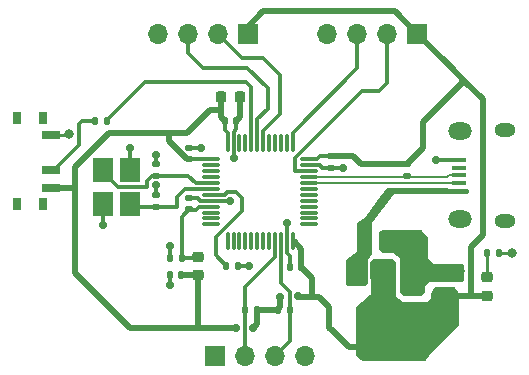
<source format=gbr>
%TF.GenerationSoftware,KiCad,Pcbnew,(6.0.9)*%
%TF.CreationDate,2023-11-06T14:53:44+05:30*%
%TF.ProjectId,Stm32 Tutorial,53746d33-3220-4547-9574-6f7269616c2e,rev?*%
%TF.SameCoordinates,Original*%
%TF.FileFunction,Copper,L1,Top*%
%TF.FilePolarity,Positive*%
%FSLAX46Y46*%
G04 Gerber Fmt 4.6, Leading zero omitted, Abs format (unit mm)*
G04 Created by KiCad (PCBNEW (6.0.9)) date 2023-11-06 14:53:44*
%MOMM*%
%LPD*%
G01*
G04 APERTURE LIST*
G04 Aperture macros list*
%AMRoundRect*
0 Rectangle with rounded corners*
0 $1 Rounding radius*
0 $2 $3 $4 $5 $6 $7 $8 $9 X,Y pos of 4 corners*
0 Add a 4 corners polygon primitive as box body*
4,1,4,$2,$3,$4,$5,$6,$7,$8,$9,$2,$3,0*
0 Add four circle primitives for the rounded corners*
1,1,$1+$1,$2,$3*
1,1,$1+$1,$4,$5*
1,1,$1+$1,$6,$7*
1,1,$1+$1,$8,$9*
0 Add four rect primitives between the rounded corners*
20,1,$1+$1,$2,$3,$4,$5,0*
20,1,$1+$1,$4,$5,$6,$7,0*
20,1,$1+$1,$6,$7,$8,$9,0*
20,1,$1+$1,$8,$9,$2,$3,0*%
G04 Aperture macros list end*
%TA.AperFunction,SMDPad,CuDef*%
%ADD10R,1.500000X2.000000*%
%TD*%
%TA.AperFunction,SMDPad,CuDef*%
%ADD11R,3.800000X2.000000*%
%TD*%
%TA.AperFunction,SMDPad,CuDef*%
%ADD12RoundRect,0.135000X-0.185000X0.135000X-0.185000X-0.135000X0.185000X-0.135000X0.185000X0.135000X0*%
%TD*%
%TA.AperFunction,SMDPad,CuDef*%
%ADD13RoundRect,0.140000X0.170000X-0.140000X0.170000X0.140000X-0.170000X0.140000X-0.170000X-0.140000X0*%
%TD*%
%TA.AperFunction,ComponentPad*%
%ADD14R,1.700000X1.700000*%
%TD*%
%TA.AperFunction,ComponentPad*%
%ADD15O,1.700000X1.700000*%
%TD*%
%TA.AperFunction,SMDPad,CuDef*%
%ADD16RoundRect,0.135000X-0.135000X-0.185000X0.135000X-0.185000X0.135000X0.185000X-0.135000X0.185000X0*%
%TD*%
%TA.AperFunction,SMDPad,CuDef*%
%ADD17RoundRect,0.250000X-0.250000X-0.475000X0.250000X-0.475000X0.250000X0.475000X-0.250000X0.475000X0*%
%TD*%
%TA.AperFunction,SMDPad,CuDef*%
%ADD18RoundRect,0.140000X0.140000X0.170000X-0.140000X0.170000X-0.140000X-0.170000X0.140000X-0.170000X0*%
%TD*%
%TA.AperFunction,SMDPad,CuDef*%
%ADD19RoundRect,0.140000X-0.170000X0.140000X-0.170000X-0.140000X0.170000X-0.140000X0.170000X0.140000X0*%
%TD*%
%TA.AperFunction,SMDPad,CuDef*%
%ADD20RoundRect,0.135000X0.135000X0.185000X-0.135000X0.185000X-0.135000X-0.185000X0.135000X-0.185000X0*%
%TD*%
%TA.AperFunction,SMDPad,CuDef*%
%ADD21RoundRect,0.075000X-0.662500X-0.075000X0.662500X-0.075000X0.662500X0.075000X-0.662500X0.075000X0*%
%TD*%
%TA.AperFunction,SMDPad,CuDef*%
%ADD22RoundRect,0.075000X-0.075000X-0.662500X0.075000X-0.662500X0.075000X0.662500X-0.075000X0.662500X0*%
%TD*%
%TA.AperFunction,SMDPad,CuDef*%
%ADD23RoundRect,0.140000X-0.140000X-0.170000X0.140000X-0.170000X0.140000X0.170000X-0.140000X0.170000X0*%
%TD*%
%TA.AperFunction,SMDPad,CuDef*%
%ADD24RoundRect,0.225000X-0.225000X-0.250000X0.225000X-0.250000X0.225000X0.250000X-0.225000X0.250000X0*%
%TD*%
%TA.AperFunction,SMDPad,CuDef*%
%ADD25RoundRect,0.218750X-0.256250X0.218750X-0.256250X-0.218750X0.256250X-0.218750X0.256250X0.218750X0*%
%TD*%
%TA.AperFunction,SMDPad,CuDef*%
%ADD26RoundRect,0.250000X0.475000X-0.250000X0.475000X0.250000X-0.475000X0.250000X-0.475000X-0.250000X0*%
%TD*%
%TA.AperFunction,SMDPad,CuDef*%
%ADD27R,0.800000X1.000000*%
%TD*%
%TA.AperFunction,SMDPad,CuDef*%
%ADD28R,1.500000X0.700000*%
%TD*%
%TA.AperFunction,SMDPad,CuDef*%
%ADD29R,1.300000X0.450000*%
%TD*%
%TA.AperFunction,ComponentPad*%
%ADD30O,1.800000X1.150000*%
%TD*%
%TA.AperFunction,ComponentPad*%
%ADD31O,2.000000X1.450000*%
%TD*%
%TA.AperFunction,SMDPad,CuDef*%
%ADD32R,1.800000X2.100000*%
%TD*%
%TA.AperFunction,ViaPad*%
%ADD33C,0.700000*%
%TD*%
%TA.AperFunction,ViaPad*%
%ADD34C,0.800000*%
%TD*%
%TA.AperFunction,Conductor*%
%ADD35C,0.500000*%
%TD*%
%TA.AperFunction,Conductor*%
%ADD36C,0.300000*%
%TD*%
%TA.AperFunction,Conductor*%
%ADD37C,0.250000*%
%TD*%
%TA.AperFunction,Conductor*%
%ADD38C,0.200000*%
%TD*%
G04 APERTURE END LIST*
D10*
%TO.P,U1,1,GND*%
%TO.N,GND*%
X167800000Y-95850000D03*
%TO.P,U1,2,VO*%
%TO.N,+3.3V*%
X165500000Y-95850000D03*
D11*
X165500000Y-102150000D03*
D10*
%TO.P,U1,3,VI*%
%TO.N,VBUS*%
X163200000Y-95850000D03*
%TD*%
D12*
%TO.P,R5,1*%
%TO.N,+3.3V*%
X167450000Y-86650000D03*
%TO.P,R5,2*%
%TO.N,/USB_D+*%
X167450000Y-87670000D03*
%TD*%
D13*
%TO.P,C6,1*%
%TO.N,+3.3V*%
X149000000Y-86260000D03*
%TO.P,C6,2*%
%TO.N,GND*%
X149000000Y-85300000D03*
%TD*%
D14*
%TO.P,J2,1,Pin_1*%
%TO.N,+3.3V*%
X151200000Y-102900000D03*
D15*
%TO.P,J2,2,Pin_2*%
%TO.N,/I2C2_SCL*%
X153740000Y-102900000D03*
%TO.P,J2,3,Pin_3*%
%TO.N,/I2C2_SDA*%
X156280000Y-102900000D03*
%TO.P,J2,4,Pin_4*%
%TO.N,GND*%
X158820000Y-102900000D03*
%TD*%
D13*
%TO.P,C11,1*%
%TO.N,+3.3VA*%
X149000000Y-90480000D03*
%TO.P,C11,2*%
%TO.N,GND*%
X149000000Y-89520000D03*
%TD*%
D16*
%TO.P,R4,1*%
%TO.N,/SW_BOOT0*%
X140980000Y-83000000D03*
%TO.P,R4,2*%
%TO.N,/BOOT0*%
X142000000Y-83000000D03*
%TD*%
D17*
%TO.P,C1,1*%
%TO.N,VBUS*%
X163850000Y-93200000D03*
%TO.P,C1,2*%
%TO.N,GND*%
X165750000Y-93200000D03*
%TD*%
D16*
%TO.P,R1,1*%
%TO.N,Net-(D1-Pad1)*%
X174240000Y-94150000D03*
%TO.P,R1,2*%
%TO.N,GND*%
X175260000Y-94150000D03*
%TD*%
D13*
%TO.P,C3,1*%
%TO.N,/HSE_IN*%
X146200000Y-87630000D03*
%TO.P,C3,2*%
%TO.N,GND*%
X146200000Y-86670000D03*
%TD*%
D18*
%TO.P,C12,1*%
%TO.N,+3.3VA*%
X148355000Y-94625000D03*
%TO.P,C12,2*%
%TO.N,GND*%
X147395000Y-94625000D03*
%TD*%
D19*
%TO.P,C8,1*%
%TO.N,+3.3V*%
X161000000Y-86000000D03*
%TO.P,C8,2*%
%TO.N,GND*%
X161000000Y-86960000D03*
%TD*%
D20*
%TO.P,R3,1*%
%TO.N,+3.3V*%
X154775000Y-98975000D03*
%TO.P,R3,2*%
%TO.N,/I2C2_SCL*%
X153755000Y-98975000D03*
%TD*%
D14*
%TO.P,J1,1,Pin_1*%
%TO.N,+3.3V*%
X153940000Y-75600000D03*
D15*
%TO.P,J1,2,Pin_2*%
%TO.N,/USART_1_TX*%
X151400000Y-75600000D03*
%TO.P,J1,3,Pin_3*%
%TO.N,/USART_1_RX*%
X148860000Y-75600000D03*
%TO.P,J1,4,Pin_4*%
%TO.N,GND*%
X146320000Y-75600000D03*
%TD*%
D21*
%TO.P,U2,1,VBAT*%
%TO.N,+3.3V*%
X150837500Y-86250000D03*
%TO.P,U2,2,PC13*%
%TO.N,unconnected-(U2-Pad2)*%
X150837500Y-86750000D03*
%TO.P,U2,3,PC14*%
%TO.N,unconnected-(U2-Pad3)*%
X150837500Y-87250000D03*
%TO.P,U2,4,PC15*%
%TO.N,unconnected-(U2-Pad4)*%
X150837500Y-87750000D03*
%TO.P,U2,5,PD0*%
%TO.N,/HSE_IN*%
X150837500Y-88250000D03*
%TO.P,U2,6,PD1*%
%TO.N,/HSE_OUT*%
X150837500Y-88750000D03*
%TO.P,U2,7,NRST*%
%TO.N,/NRST*%
X150837500Y-89250000D03*
%TO.P,U2,8,VSSA*%
%TO.N,GND*%
X150837500Y-89750000D03*
%TO.P,U2,9,VDDA*%
%TO.N,+3.3VA*%
X150837500Y-90250000D03*
%TO.P,U2,10,PA0*%
%TO.N,unconnected-(U2-Pad10)*%
X150837500Y-90750000D03*
%TO.P,U2,11,PA1*%
%TO.N,unconnected-(U2-Pad11)*%
X150837500Y-91250000D03*
%TO.P,U2,12,PA2*%
%TO.N,unconnected-(U2-Pad12)*%
X150837500Y-91750000D03*
D22*
%TO.P,U2,13,PA3*%
%TO.N,unconnected-(U2-Pad13)*%
X152250000Y-93162500D03*
%TO.P,U2,14,PA4*%
%TO.N,unconnected-(U2-Pad14)*%
X152750000Y-93162500D03*
%TO.P,U2,15,PA5*%
%TO.N,unconnected-(U2-Pad15)*%
X153250000Y-93162500D03*
%TO.P,U2,16,PA6*%
%TO.N,unconnected-(U2-Pad16)*%
X153750000Y-93162500D03*
%TO.P,U2,17,PA7*%
%TO.N,unconnected-(U2-Pad17)*%
X154250000Y-93162500D03*
%TO.P,U2,18,PB0*%
%TO.N,unconnected-(U2-Pad18)*%
X154750000Y-93162500D03*
%TO.P,U2,19,PB1*%
%TO.N,unconnected-(U2-Pad19)*%
X155250000Y-93162500D03*
%TO.P,U2,20,PB2*%
%TO.N,unconnected-(U2-Pad20)*%
X155750000Y-93162500D03*
%TO.P,U2,21,PB10*%
%TO.N,/I2C2_SCL*%
X156250000Y-93162500D03*
%TO.P,U2,22,PB11*%
%TO.N,/I2C2_SDA*%
X156750000Y-93162500D03*
%TO.P,U2,23,VSS*%
%TO.N,GND*%
X157250000Y-93162500D03*
%TO.P,U2,24,VDD*%
%TO.N,+3.3V*%
X157750000Y-93162500D03*
D21*
%TO.P,U2,25,PB12*%
%TO.N,unconnected-(U2-Pad25)*%
X159162500Y-91750000D03*
%TO.P,U2,26,PB13*%
%TO.N,unconnected-(U2-Pad26)*%
X159162500Y-91250000D03*
%TO.P,U2,27,PB14*%
%TO.N,unconnected-(U2-Pad27)*%
X159162500Y-90750000D03*
%TO.P,U2,28,PB15*%
%TO.N,unconnected-(U2-Pad28)*%
X159162500Y-90250000D03*
%TO.P,U2,29,PA8*%
%TO.N,unconnected-(U2-Pad29)*%
X159162500Y-89750000D03*
%TO.P,U2,30,PA9*%
%TO.N,unconnected-(U2-Pad30)*%
X159162500Y-89250000D03*
%TO.P,U2,31,PA10*%
%TO.N,unconnected-(U2-Pad31)*%
X159162500Y-88750000D03*
%TO.P,U2,32,PA11*%
%TO.N,/USB_D-*%
X159162500Y-88250000D03*
%TO.P,U2,33,PA12*%
%TO.N,/USB_D+*%
X159162500Y-87750000D03*
%TO.P,U2,34,PA13*%
%TO.N,/SWDIO*%
X159162500Y-87250000D03*
%TO.P,U2,35,VSS*%
%TO.N,GND*%
X159162500Y-86750000D03*
%TO.P,U2,36,VDD*%
%TO.N,+3.3V*%
X159162500Y-86250000D03*
D22*
%TO.P,U2,37,PA14*%
%TO.N,/SWCLK*%
X157750000Y-84837500D03*
%TO.P,U2,38,PA15*%
%TO.N,unconnected-(U2-Pad38)*%
X157250000Y-84837500D03*
%TO.P,U2,39,PB3*%
%TO.N,unconnected-(U2-Pad39)*%
X156750000Y-84837500D03*
%TO.P,U2,40,PB4*%
%TO.N,unconnected-(U2-Pad40)*%
X156250000Y-84837500D03*
%TO.P,U2,41,PB5*%
%TO.N,unconnected-(U2-Pad41)*%
X155750000Y-84837500D03*
%TO.P,U2,42,PB6*%
%TO.N,/USART_1_TX*%
X155250000Y-84837500D03*
%TO.P,U2,43,PB7*%
%TO.N,/USART_1_RX*%
X154750000Y-84837500D03*
%TO.P,U2,44,BOOT0*%
%TO.N,/BOOT0*%
X154250000Y-84837500D03*
%TO.P,U2,45,PB8*%
%TO.N,unconnected-(U2-Pad45)*%
X153750000Y-84837500D03*
%TO.P,U2,46,PB9*%
%TO.N,unconnected-(U2-Pad46)*%
X153250000Y-84837500D03*
%TO.P,U2,47,VSS*%
%TO.N,GND*%
X152750000Y-84837500D03*
%TO.P,U2,48,VDD*%
%TO.N,+3.3V*%
X152250000Y-84837500D03*
%TD*%
D18*
%TO.P,C10,1*%
%TO.N,+3.3V*%
X158485000Y-95375000D03*
%TO.P,C10,2*%
%TO.N,GND*%
X157525000Y-95375000D03*
%TD*%
D23*
%TO.P,C9,1*%
%TO.N,+3.3V*%
X152020000Y-83000000D03*
%TO.P,C9,2*%
%TO.N,GND*%
X152980000Y-83000000D03*
%TD*%
D24*
%TO.P,C5,1*%
%TO.N,+3.3V*%
X151725000Y-81000000D03*
%TO.P,C5,2*%
%TO.N,GND*%
X153275000Y-81000000D03*
%TD*%
D13*
%TO.P,C7,1*%
%TO.N,/HSE_OUT*%
X146200000Y-90260000D03*
%TO.P,C7,2*%
%TO.N,GND*%
X146200000Y-89300000D03*
%TD*%
D25*
%TO.P,D1,1,K*%
%TO.N,Net-(D1-Pad1)*%
X174250000Y-96250000D03*
%TO.P,D1,2,A*%
%TO.N,+3.3V*%
X174250000Y-97825000D03*
%TD*%
D26*
%TO.P,C2,1*%
%TO.N,+3.3V*%
X170600000Y-97800000D03*
%TO.P,C2,2*%
%TO.N,GND*%
X170600000Y-95900000D03*
%TD*%
D18*
%TO.P,C13,1*%
%TO.N,+3.3V*%
X148330000Y-96000000D03*
%TO.P,C13,2*%
%TO.N,GND*%
X147370000Y-96000000D03*
%TD*%
D25*
%TO.P,FB1,1*%
%TO.N,+3.3VA*%
X149725000Y-94475000D03*
%TO.P,FB1,2*%
%TO.N,+3.3V*%
X149725000Y-96050000D03*
%TD*%
D16*
%TO.P,R2,1*%
%TO.N,+3.3V*%
X156500000Y-99000000D03*
%TO.P,R2,2*%
%TO.N,/I2C2_SDA*%
X157520000Y-99000000D03*
%TD*%
D27*
%TO.P,SW1,*%
%TO.N,*%
X134445000Y-82750000D03*
X134445000Y-90050000D03*
X136655000Y-90050000D03*
X136655000Y-82750000D03*
D28*
%TO.P,SW1,1,A*%
%TO.N,GND*%
X137305000Y-84150000D03*
%TO.P,SW1,2,B*%
%TO.N,/SW_BOOT0*%
X137305000Y-87150000D03*
%TO.P,SW1,3,C*%
%TO.N,+3.3V*%
X137305000Y-88650000D03*
%TD*%
D23*
%TO.P,C4,1*%
%TO.N,/NRST*%
X152145000Y-95275000D03*
%TO.P,C4,2*%
%TO.N,GND*%
X153105000Y-95275000D03*
%TD*%
D29*
%TO.P,J4,1,VBUS*%
%TO.N,VBUS*%
X171845000Y-88905000D03*
%TO.P,J4,2,D-*%
%TO.N,/USB_D-*%
X171845000Y-88255000D03*
%TO.P,J4,3,D+*%
%TO.N,/USB_D+*%
X171845000Y-87605000D03*
%TO.P,J4,4,ID*%
%TO.N,unconnected-(J4-Pad4)*%
X171845000Y-86955000D03*
%TO.P,J4,5,GND*%
%TO.N,GND*%
X171845000Y-86305000D03*
D30*
%TO.P,J4,6,Shield*%
%TO.N,unconnected-(J4-Pad6)*%
X175695000Y-83730000D03*
X175695000Y-91480000D03*
D31*
X171895000Y-83880000D03*
X171895000Y-91330000D03*
%TD*%
D32*
%TO.P,Y1,1,1*%
%TO.N,/HSE_IN*%
X141700000Y-87150000D03*
%TO.P,Y1,2,2*%
%TO.N,GND*%
X141700000Y-90050000D03*
%TO.P,Y1,3,3*%
%TO.N,/HSE_OUT*%
X144000000Y-90050000D03*
%TO.P,Y1,4,4*%
%TO.N,GND*%
X144000000Y-87150000D03*
%TD*%
D14*
%TO.P,J3,1,Pin_1*%
%TO.N,+3.3V*%
X168280000Y-75600000D03*
D15*
%TO.P,J3,2,Pin_2*%
%TO.N,/SWDIO*%
X165740000Y-75600000D03*
%TO.P,J3,3,Pin_3*%
%TO.N,/SWCLK*%
X163200000Y-75600000D03*
%TO.P,J3,4,Pin_4*%
%TO.N,GND*%
X160660000Y-75600000D03*
%TD*%
D33*
%TO.N,GND*%
X141700000Y-91800000D03*
X144000000Y-85300000D03*
X169875000Y-86300000D03*
X147350000Y-96900000D03*
X147400000Y-93625000D03*
%TO.N,+3.3V*%
X152990500Y-100500000D03*
X154439500Y-100500000D03*
X156725000Y-97875000D03*
X158219500Y-97850000D03*
D34*
%TO.N,GND*%
X138825000Y-84125000D03*
X176325000Y-94150000D03*
D33*
X162050000Y-86950000D03*
X154050000Y-95250000D03*
D34*
X168400000Y-97200000D03*
D33*
X157250000Y-91625000D03*
X146200000Y-88459500D03*
D34*
X167250000Y-94000000D03*
X167250000Y-92750000D03*
X171950000Y-95700000D03*
X167500000Y-97200000D03*
D33*
X152475000Y-89750000D03*
X149975000Y-85300000D03*
X146200000Y-85850000D03*
X152800000Y-86175000D03*
%TD*%
D35*
%TO.N,+3.3V*%
X162850000Y-86000000D02*
X161000000Y-86000000D01*
X163500000Y-86650000D02*
X162850000Y-86000000D01*
X167450000Y-86650000D02*
X163500000Y-86650000D01*
X168775000Y-85325000D02*
X167450000Y-86650000D01*
X172165000Y-79685000D02*
X168775000Y-83075000D01*
X172365000Y-79685000D02*
X172165000Y-79685000D01*
X172365000Y-79685000D02*
X171040000Y-78360000D01*
X173845001Y-81165001D02*
X172365000Y-79685000D01*
X168775000Y-83075000D02*
X168775000Y-85325000D01*
X171040000Y-78360000D02*
X168280000Y-75600000D01*
X153940000Y-75060000D02*
X153940000Y-75600000D01*
X155275000Y-73725000D02*
X153940000Y-75060000D01*
X166405000Y-73725000D02*
X155275000Y-73725000D01*
X168280000Y-75600000D02*
X166405000Y-73725000D01*
X173845001Y-92629999D02*
X173845001Y-81165001D01*
X172825000Y-93650000D02*
X173845001Y-92629999D01*
X172825000Y-97800000D02*
X172825000Y-93650000D01*
X170600000Y-97800000D02*
X172825000Y-97800000D01*
X172825000Y-97800000D02*
X174225000Y-97800000D01*
X174225000Y-97800000D02*
X174250000Y-97825000D01*
X148380000Y-96050000D02*
X148330000Y-96000000D01*
X149725000Y-96050000D02*
X148380000Y-96050000D01*
X149750000Y-100500000D02*
X149750000Y-96075000D01*
X149750000Y-100500000D02*
X143950000Y-100500000D01*
X149750000Y-96075000D02*
X149725000Y-96050000D01*
X152990500Y-100500000D02*
X149750000Y-100500000D01*
X139250000Y-88650000D02*
X137305000Y-88650000D01*
X139300000Y-88700000D02*
X139300000Y-86920000D01*
X139300000Y-95850000D02*
X139300000Y-88700000D01*
X139300000Y-88700000D02*
X139250000Y-88650000D01*
D36*
%TO.N,GND*%
X141700000Y-90050000D02*
X141700000Y-91800000D01*
X144000000Y-87150000D02*
X144000000Y-85300000D01*
X169880000Y-86305000D02*
X169875000Y-86300000D01*
X171845000Y-86305000D02*
X169880000Y-86305000D01*
X147370000Y-96880000D02*
X147350000Y-96900000D01*
X147370000Y-96000000D02*
X147370000Y-96880000D01*
X147395000Y-93630000D02*
X147400000Y-93625000D01*
X147395000Y-94625000D02*
X147395000Y-93630000D01*
D35*
%TO.N,+3.3V*%
X158485000Y-95375000D02*
X158485000Y-93797500D01*
X158485000Y-93797500D02*
X157850000Y-93162500D01*
X159400000Y-96290000D02*
X158485000Y-95375000D01*
X159400000Y-97875000D02*
X159400000Y-96290000D01*
X159400000Y-97875000D02*
X158244500Y-97875000D01*
X160025000Y-97875000D02*
X159400000Y-97875000D01*
X150725000Y-82075000D02*
X151725000Y-82075000D01*
X148775000Y-84025000D02*
X150725000Y-82075000D01*
X147250000Y-84025000D02*
X148775000Y-84025000D01*
X151725000Y-82075000D02*
X151725000Y-82705000D01*
X151725000Y-81000000D02*
X151725000Y-82075000D01*
X154775000Y-100164500D02*
X154439500Y-100500000D01*
X154775000Y-98975000D02*
X154775000Y-100164500D01*
X156725000Y-97875000D02*
X156725000Y-98775000D01*
X156725000Y-98775000D02*
X156500000Y-99000000D01*
X158244500Y-97875000D02*
X158219500Y-97850000D01*
X148815614Y-86260000D02*
X149000000Y-86260000D01*
X147250000Y-84694386D02*
X148815614Y-86260000D01*
X147250000Y-84025000D02*
X147250000Y-84694386D01*
X142195000Y-84025000D02*
X147250000Y-84025000D01*
X139300000Y-86920000D02*
X142195000Y-84025000D01*
X143950000Y-100500000D02*
X139300000Y-95850000D01*
D36*
X152000000Y-83350000D02*
X152000000Y-83020000D01*
X152000000Y-83800000D02*
X152000000Y-83350000D01*
D35*
X154800000Y-99000000D02*
X154775000Y-98975000D01*
X156500000Y-99000000D02*
X154800000Y-99000000D01*
X160875000Y-98725000D02*
X160025000Y-97875000D01*
X160875000Y-100525000D02*
X160875000Y-98725000D01*
X161075000Y-100725000D02*
X160875000Y-100525000D01*
X162500000Y-102150000D02*
X161075000Y-100725000D01*
X163500000Y-102150000D02*
X162500000Y-102150000D01*
X165500000Y-102150000D02*
X163500000Y-102150000D01*
D37*
%TO.N,GND*%
X138800000Y-84150000D02*
X138825000Y-84125000D01*
X137305000Y-84150000D02*
X138800000Y-84150000D01*
D36*
%TO.N,/SW_BOOT0*%
X139625000Y-85050000D02*
X137525000Y-87150000D01*
X139900000Y-83000000D02*
X139625000Y-83275000D01*
X137525000Y-87150000D02*
X137305000Y-87150000D01*
X140980000Y-83000000D02*
X139900000Y-83000000D01*
X139625000Y-83275000D02*
X139625000Y-85050000D01*
D37*
%TO.N,Net-(D1-Pad1)*%
X174240000Y-96240000D02*
X174250000Y-96250000D01*
X174240000Y-94150000D02*
X174240000Y-96240000D01*
%TO.N,GND*%
X176300000Y-94175000D02*
X176325000Y-94150000D01*
X175310000Y-94175000D02*
X176300000Y-94175000D01*
D36*
X152750000Y-84837500D02*
X152750000Y-86125000D01*
X149000000Y-85300000D02*
X149975000Y-85300000D01*
X150837500Y-89750000D02*
X149950000Y-89750000D01*
X159162500Y-86750000D02*
X160050000Y-86750000D01*
X146200000Y-89300000D02*
X146200000Y-88459500D01*
X161000000Y-86960000D02*
X162040000Y-86960000D01*
X146200000Y-86670000D02*
X146200000Y-85850000D01*
X157250000Y-93162500D02*
X157250000Y-94175000D01*
X153000000Y-83020000D02*
X152980000Y-83000000D01*
X150837500Y-89750000D02*
X152475000Y-89750000D01*
X149020000Y-89500000D02*
X149000000Y-89520000D01*
X153105000Y-95275000D02*
X154025000Y-95275000D01*
X149700000Y-89500000D02*
X149020000Y-89500000D01*
X160050000Y-86750000D02*
X160260000Y-86960000D01*
X149950000Y-89750000D02*
X149700000Y-89500000D01*
X152750000Y-86125000D02*
X152800000Y-86175000D01*
X154025000Y-95275000D02*
X154050000Y-95250000D01*
X157525000Y-94450000D02*
X157525000Y-95375000D01*
X152750000Y-84837500D02*
X152750000Y-83950000D01*
X160260000Y-86960000D02*
X161000000Y-86960000D01*
D35*
X153275000Y-82705000D02*
X152980000Y-83000000D01*
D36*
X162040000Y-86960000D02*
X162050000Y-86950000D01*
D35*
X153275000Y-81000000D02*
X153275000Y-82705000D01*
D36*
X152750000Y-83950000D02*
X153000000Y-83700000D01*
X157250000Y-94175000D02*
X157525000Y-94450000D01*
X157250000Y-93162500D02*
X157250000Y-91625000D01*
X153000000Y-83700000D02*
X153000000Y-83020000D01*
%TO.N,+3.3V*%
X150837500Y-86250000D02*
X149010000Y-86250000D01*
X159850000Y-86250000D02*
X160100000Y-86000000D01*
X159162500Y-86250000D02*
X159850000Y-86250000D01*
X152250000Y-84837500D02*
X152250000Y-84050000D01*
X160100000Y-86000000D02*
X161000000Y-86000000D01*
X152250000Y-84050000D02*
X152000000Y-83800000D01*
D35*
X151725000Y-82705000D02*
X152020000Y-83000000D01*
D36*
X152000000Y-83020000D02*
X152020000Y-83000000D01*
X149010000Y-86250000D02*
X149000000Y-86260000D01*
%TO.N,/HSE_IN*%
X145870000Y-87630000D02*
X145400000Y-88100000D01*
X145970000Y-87630000D02*
X146200000Y-87630000D01*
X148930000Y-87630000D02*
X146200000Y-87630000D01*
X150837500Y-88250000D02*
X149550000Y-88250000D01*
X146200000Y-87630000D02*
X145870000Y-87630000D01*
X141700000Y-87300000D02*
X141700000Y-87150000D01*
X149550000Y-88250000D02*
X148930000Y-87630000D01*
X145400000Y-88600000D02*
X143000000Y-88600000D01*
X143000000Y-88600000D02*
X141700000Y-87300000D01*
X145400000Y-88100000D02*
X145400000Y-88600000D01*
%TO.N,/NRST*%
X151985050Y-89250000D02*
X152185050Y-89050000D01*
X152185050Y-89050000D02*
X153000000Y-89050000D01*
X150837500Y-89250000D02*
X151985050Y-89250000D01*
X153475000Y-90598959D02*
X151250000Y-92823959D01*
X151250000Y-94380000D02*
X152145000Y-95275000D01*
X153475000Y-89525000D02*
X153475000Y-90598959D01*
X153000000Y-89050000D02*
X153475000Y-89525000D01*
X151250000Y-92823959D02*
X151250000Y-94380000D01*
%TO.N,/HSE_OUT*%
X150837500Y-88750000D02*
X148650000Y-88750000D01*
X144210000Y-90260000D02*
X144000000Y-90050000D01*
X148000000Y-89400000D02*
X148000000Y-90300000D01*
X148000000Y-90300000D02*
X146240000Y-90300000D01*
X146200000Y-90260000D02*
X144210000Y-90260000D01*
X148650000Y-88750000D02*
X148000000Y-89400000D01*
X146240000Y-90300000D02*
X146200000Y-90260000D01*
%TO.N,+3.3VA*%
X149600000Y-90500000D02*
X149020000Y-90500000D01*
X149020000Y-90500000D02*
X149000000Y-90480000D01*
X149000000Y-90480000D02*
X148355000Y-91125000D01*
X150837500Y-90250000D02*
X149850000Y-90250000D01*
X148355000Y-94625000D02*
X149575000Y-94625000D01*
X148355000Y-91125000D02*
X148355000Y-94625000D01*
X149850000Y-90250000D02*
X149600000Y-90500000D01*
X149575000Y-94625000D02*
X149725000Y-94475000D01*
%TO.N,/USART_1_TX*%
X155250000Y-83825000D02*
X156700000Y-82375000D01*
X153450000Y-77650000D02*
X151400000Y-75600000D01*
X155250000Y-77650000D02*
X153450000Y-77650000D01*
X156700000Y-79100000D02*
X155250000Y-77650000D01*
X156700000Y-82375000D02*
X156700000Y-79100000D01*
X155250000Y-84837500D02*
X155250000Y-83825000D01*
%TO.N,/I2C2_SCL*%
X156250000Y-93162500D02*
X156250000Y-94525000D01*
X153755000Y-98975000D02*
X153740000Y-98990000D01*
X153725000Y-97050000D02*
X153725000Y-98945000D01*
X156250000Y-94525000D02*
X153725000Y-97050000D01*
X153725000Y-98945000D02*
X153755000Y-98975000D01*
X153740000Y-98990000D02*
X153740000Y-102900000D01*
%TO.N,/I2C2_SDA*%
X156750000Y-93162500D02*
X156750000Y-96750000D01*
X157520000Y-97520000D02*
X157520000Y-99000000D01*
X156750000Y-96750000D02*
X157520000Y-97520000D01*
X157520000Y-99000000D02*
X157520000Y-101660000D01*
X157520000Y-101660000D02*
X156280000Y-102900000D01*
%TO.N,/SWDIO*%
X165740000Y-79785000D02*
X165740000Y-75600000D01*
X159162500Y-87250000D02*
X157975000Y-87250000D01*
X157975000Y-87250000D02*
X157975000Y-86098959D01*
X157975000Y-86098959D02*
X163648959Y-80425000D01*
X163648959Y-80425000D02*
X165100000Y-80425000D01*
X165100000Y-80425000D02*
X165740000Y-79785000D01*
%TO.N,/SWCLK*%
X157750000Y-83998959D02*
X163200000Y-78548959D01*
X163200000Y-78548959D02*
X163200000Y-75600000D01*
X157750000Y-84837500D02*
X157750000Y-83998959D01*
D38*
%TO.N,/USB_D-*%
X170860903Y-88225000D02*
X170890903Y-88255000D01*
X159162500Y-88250000D02*
X159187499Y-88225001D01*
X170890903Y-88255000D02*
X171845000Y-88255000D01*
X159187499Y-88225001D02*
X170860903Y-88225000D01*
%TO.N,/USB_D+*%
X159187499Y-87774999D02*
X170860903Y-87775000D01*
X159162500Y-87750000D02*
X159187499Y-87774999D01*
X171030903Y-87605000D02*
X171845000Y-87605000D01*
X170860903Y-87775000D02*
X171030903Y-87605000D01*
D36*
%TO.N,/BOOT0*%
X153800000Y-79700000D02*
X145225000Y-79700000D01*
X154250000Y-80150000D02*
X153800000Y-79700000D01*
X145225000Y-79700000D02*
X142000000Y-82925000D01*
X142000000Y-82925000D02*
X142000000Y-83000000D01*
X154250000Y-84837500D02*
X154250000Y-80150000D01*
%TO.N,/USART_1_RX*%
X155650000Y-81950000D02*
X155650000Y-80225000D01*
X153900000Y-78475000D02*
X150175000Y-78475000D01*
X154750000Y-82850000D02*
X155650000Y-81950000D01*
X150175000Y-78475000D02*
X150150000Y-78500000D01*
X150150000Y-78500000D02*
X148860000Y-77210000D01*
X154750000Y-84837500D02*
X154750000Y-82850000D01*
X148860000Y-77210000D02*
X148860000Y-75600000D01*
X155650000Y-80225000D02*
X153900000Y-78475000D01*
%TD*%
%TA.AperFunction,Conductor*%
%TO.N,+3.3V*%
G36*
X166222145Y-94669685D02*
G01*
X166234481Y-94678734D01*
X166455385Y-94862821D01*
X166494282Y-94920858D01*
X166500000Y-94958078D01*
X166500000Y-97800000D01*
X166507274Y-97806061D01*
X166507276Y-97806064D01*
X166801622Y-98051352D01*
X167100000Y-98300000D01*
X169200000Y-98300000D01*
X169500000Y-98000000D01*
X169500000Y-97537544D01*
X169520826Y-97468761D01*
X169763189Y-97105217D01*
X169816754Y-97060356D01*
X169866363Y-97050000D01*
X171433637Y-97050000D01*
X171500676Y-97069685D01*
X171536811Y-97105217D01*
X171779174Y-97468761D01*
X171800000Y-97537544D01*
X171800000Y-100251124D01*
X171780315Y-100318163D01*
X171766651Y-100335731D01*
X169341652Y-102933945D01*
X169036767Y-103260607D01*
X168976634Y-103296186D01*
X168946116Y-103300000D01*
X163736109Y-103300000D01*
X163669536Y-103280614D01*
X163638097Y-103260607D01*
X163537505Y-103196594D01*
X163207427Y-102986544D01*
X163161437Y-102933945D01*
X163150000Y-102881930D01*
X163150000Y-98755684D01*
X163169685Y-98688645D01*
X163191619Y-98663005D01*
X163598530Y-98301307D01*
X163601528Y-98298727D01*
X163898378Y-98051352D01*
X163901632Y-98048731D01*
X164335927Y-97710946D01*
X164335928Y-97710945D01*
X164350000Y-97700000D01*
X164300874Y-95047172D01*
X164319314Y-94979779D01*
X164330705Y-94964178D01*
X164562884Y-94693302D01*
X164621458Y-94655212D01*
X164657032Y-94650000D01*
X166155106Y-94650000D01*
X166222145Y-94669685D01*
G37*
%TD.AperFunction*%
%TD*%
%TA.AperFunction,Conductor*%
%TO.N,VBUS*%
G36*
X171010584Y-88721687D02*
G01*
X171014184Y-88724152D01*
X171022287Y-88732241D01*
X171066642Y-88751850D01*
X171116147Y-88773737D01*
X171116149Y-88773738D01*
X171124673Y-88777506D01*
X171150354Y-88780500D01*
X172539646Y-88780500D01*
X172543294Y-88780066D01*
X172543309Y-88780065D01*
X172561349Y-88777918D01*
X172630245Y-88789543D01*
X172681918Y-88836571D01*
X172700000Y-88901049D01*
X172700000Y-88948638D01*
X172680315Y-89015677D01*
X172663681Y-89036319D01*
X172536319Y-89163681D01*
X172474996Y-89197166D01*
X172448638Y-89200000D01*
X166300000Y-89200000D01*
X164500000Y-91600000D01*
X164500000Y-94162456D01*
X164479174Y-94231239D01*
X164100000Y-94800000D01*
X164100000Y-96748638D01*
X164080315Y-96815677D01*
X164063681Y-96836319D01*
X163936319Y-96963681D01*
X163874996Y-96997166D01*
X163848638Y-97000000D01*
X162476636Y-97000000D01*
X162409597Y-96980315D01*
X162365727Y-96931454D01*
X162313091Y-96826182D01*
X162300000Y-96770728D01*
X162300000Y-94766363D01*
X162319685Y-94699324D01*
X162355217Y-94663189D01*
X163185165Y-94109890D01*
X163200000Y-94100000D01*
X163200000Y-91671960D01*
X163219685Y-91604921D01*
X163262479Y-91564298D01*
X163888575Y-91206529D01*
X163888576Y-91206528D01*
X163900000Y-91200000D01*
X165354546Y-89200000D01*
X165499238Y-89001048D01*
X165499242Y-89001042D01*
X165500000Y-89000000D01*
X165500715Y-88998928D01*
X165663189Y-88755217D01*
X165716754Y-88710356D01*
X165766363Y-88700000D01*
X170940527Y-88700000D01*
X171010584Y-88721687D01*
G37*
%TD.AperFunction*%
%TD*%
%TA.AperFunction,Conductor*%
%TO.N,GND*%
G36*
X168712491Y-92269685D02*
G01*
X168736859Y-92290210D01*
X169217407Y-92814444D01*
X169248197Y-92877164D01*
X169250000Y-92898234D01*
X169250000Y-94650000D01*
X169700000Y-95150000D01*
X172150500Y-95150000D01*
X172217539Y-95169685D01*
X172263294Y-95222489D01*
X172274500Y-95274000D01*
X172274500Y-96476000D01*
X172254815Y-96543039D01*
X172202011Y-96588794D01*
X172150500Y-96600000D01*
X169300000Y-96600000D01*
X168950000Y-96950000D01*
X168950000Y-97491922D01*
X168930315Y-97558961D01*
X168905387Y-97587178D01*
X168684487Y-97771261D01*
X168620386Y-97799055D01*
X168605106Y-97800000D01*
X167158078Y-97800000D01*
X167091039Y-97780315D01*
X167062822Y-97755387D01*
X166878739Y-97534487D01*
X166850945Y-97470386D01*
X166850000Y-97455106D01*
X166850000Y-94600000D01*
X166250000Y-94150000D01*
X165394894Y-94150000D01*
X165327855Y-94130315D01*
X165315519Y-94121266D01*
X165094615Y-93937179D01*
X165055718Y-93879142D01*
X165050000Y-93841922D01*
X165050000Y-92509598D01*
X165069685Y-92442559D01*
X165096538Y-92412770D01*
X165266035Y-92277172D01*
X165330681Y-92250664D01*
X165343497Y-92250000D01*
X168645452Y-92250000D01*
X168712491Y-92269685D01*
G37*
%TD.AperFunction*%
%TD*%
M02*

</source>
